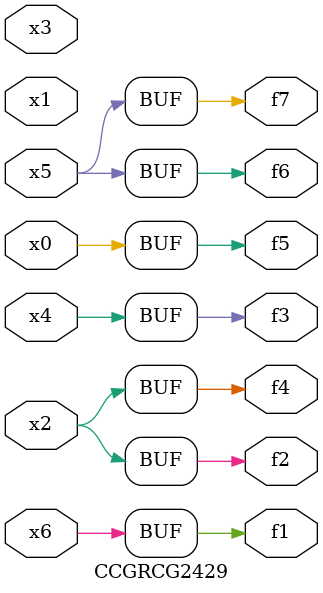
<source format=v>
module CCGRCG2429(
	input x0, x1, x2, x3, x4, x5, x6,
	output f1, f2, f3, f4, f5, f6, f7
);
	assign f1 = x6;
	assign f2 = x2;
	assign f3 = x4;
	assign f4 = x2;
	assign f5 = x0;
	assign f6 = x5;
	assign f7 = x5;
endmodule

</source>
